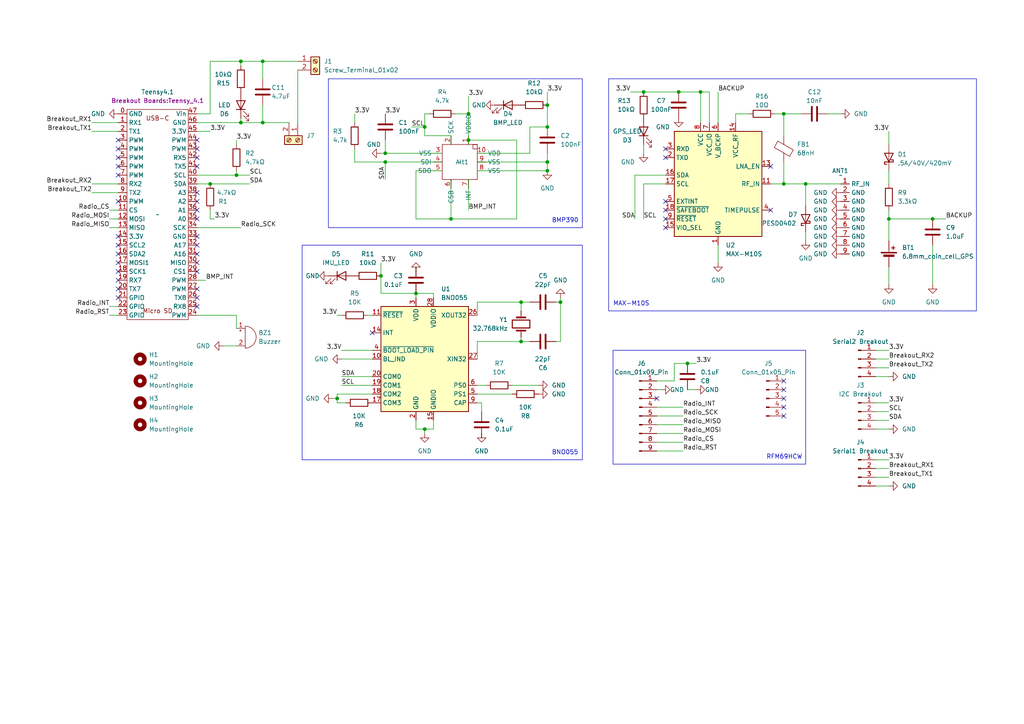
<source format=kicad_sch>
(kicad_sch (version 20230121) (generator eeschema)
  (paper "A4")
  (lib_symbols
    (symbol "Avionics:BMP390"
      (property "Reference" "Alt" (at 0 0 0))
      (symbol "BMP390_0_1"
        (rectangle (start -5.08 5.08) (end 5.08 -5.08))
        (rectangle (start 3.81 3.81) (end 5.08 5.08))
      )
      (symbol "BMP390_1_1"
        (pin input line (at 2.54 5.08 90) (length 2.54) (name "VDDIO") (number "1"))
        (pin input line (at 5.08 2.54 0) (length 2.54) (name "VDD") (number "10"))
        (pin input line (at -2.54 5.08 90) (length 2.54) (name "SCK") (number "2"))
        (pin input line (at -5.08 2.54 180) (length 2.54) (name "VSS") (number "3"))
        (pin input line (at -5.08 0 180) (length 2.54) (name "SDI") (number "4"))
        (pin input line (at -5.08 -2.54 180) (length 2.54) (name "SDO") (number "5"))
        (pin input line (at -2.54 -5.08 270) (length 2.54) (name "CSB") (number "6"))
        (pin input line (at 2.54 -5.08 270) (length 2.54) (name "INT") (number "7"))
        (pin input line (at 5.08 -2.54 0) (length 2.54) (name "VSS") (number "8"))
        (pin input line (at 5.08 0 0) (length 2.54) (name "VSS") (number "9"))
      )
    )
    (symbol "Breakout Boards:Teensy_4.1"
      (property "Reference" "Teensy4.1" (at 0 0 90))
      (property "Footprint" "Breakout Boards:Teensy_4.1" (at 0 0 0))
      (symbol "Teensy_4.1_0_1"
        (rectangle (start -8.89 30.48) (end 8.89 -30.48))
      )
      (symbol "Teensy_4.1_1_1"
        (text "Micro SD" (at 0 -27.94 0) (effects (font (size 1.27 1.27))))
        (text "USB-C" (at 0 27.94 0) (effects (font (size 1.27 1.27))))
        (pin input line (at -11.43 29.21 0) (length 2.54) (name "GND") (number "0"))
        (pin input line (at -11.43 26.67 0) (length 2.54) (name "RX1") (number "1"))
        (pin input line (at -11.43 3.81 0) (length 2.54) (name "PWM") (number "10"))
        (pin input line (at -11.43 1.27 0) (length 2.54) (name "CS") (number "11"))
        (pin input line (at -11.43 -1.27 0) (length 2.54) (name "MOSI") (number "12"))
        (pin input line (at -11.43 -3.81 0) (length 2.54) (name "MISO") (number "13"))
        (pin input line (at -11.43 -6.35 0) (length 2.54) (name "3.3V") (number "14"))
        (pin input line (at -11.43 -8.89 0) (length 2.54) (name "SCL2") (number "15"))
        (pin input line (at -11.43 -11.43 0) (length 2.54) (name "SDA2") (number "16"))
        (pin input line (at -11.43 -13.97 0) (length 2.54) (name "MOSI1") (number "17"))
        (pin input line (at -11.43 -16.51 0) (length 2.54) (name "SCK1") (number "18"))
        (pin input line (at -11.43 -19.05 0) (length 2.54) (name "RX7") (number "19"))
        (pin input line (at -11.43 24.13 0) (length 2.54) (name "TX1") (number "2"))
        (pin input line (at -11.43 -21.59 0) (length 2.54) (name "TX7") (number "20"))
        (pin input line (at -11.43 -24.13 0) (length 2.54) (name "GPIO") (number "21"))
        (pin input line (at -11.43 -26.67 0) (length 2.54) (name "GPIO") (number "22"))
        (pin input line (at -11.43 -29.21 0) (length 2.54) (name "GPIO") (number "23"))
        (pin input line (at 11.43 -29.21 180) (length 2.54) (name "PWM") (number "24"))
        (pin input line (at 11.43 -26.67 180) (length 2.54) (name "RX8") (number "25"))
        (pin input line (at 11.43 -24.13 180) (length 2.54) (name "TX8") (number "26"))
        (pin input line (at 11.43 -21.59 180) (length 2.54) (name "PWM") (number "27"))
        (pin input line (at 11.43 -19.05 180) (length 2.54) (name "PWM") (number "28"))
        (pin input line (at 11.43 -16.51 180) (length 2.54) (name "CS1") (number "29"))
        (pin input line (at -11.43 21.59 0) (length 2.54) (name "PWM") (number "3"))
        (pin input line (at 11.43 -13.97 180) (length 2.54) (name "MISO") (number "30"))
        (pin input line (at 11.43 -11.43 180) (length 2.54) (name "A16") (number "31"))
        (pin input line (at 11.43 -8.89 180) (length 2.54) (name "A17") (number "32"))
        (pin input line (at 11.43 -6.35 180) (length 2.54) (name "GND") (number "33"))
        (pin input line (at 11.43 -3.81 180) (length 2.54) (name "SCK") (number "34"))
        (pin input line (at 11.43 -1.27 180) (length 2.54) (name "A0") (number "35"))
        (pin input line (at 11.43 1.27 180) (length 2.54) (name "A1") (number "36"))
        (pin input line (at 11.43 3.81 180) (length 2.54) (name "A2") (number "37"))
        (pin input line (at 11.43 6.35 180) (length 2.54) (name "A3") (number "38"))
        (pin input line (at 11.43 8.89 180) (length 2.54) (name "SDA") (number "39"))
        (pin input line (at -11.43 19.05 0) (length 2.54) (name "PWM") (number "4"))
        (pin input line (at 11.43 11.43 180) (length 2.54) (name "SCL") (number "40"))
        (pin input line (at 11.43 13.97 180) (length 2.54) (name "TX5") (number "41"))
        (pin input line (at 11.43 16.51 180) (length 2.54) (name "RX5") (number "42"))
        (pin input line (at 11.43 19.05 180) (length 2.54) (name "PWM") (number "43"))
        (pin input line (at 11.43 21.59 180) (length 2.54) (name "PWM") (number "44"))
        (pin input line (at 11.43 24.13 180) (length 2.54) (name "3.3V") (number "45"))
        (pin input line (at 11.43 26.67 180) (length 2.54) (name "GND") (number "46"))
        (pin input line (at 11.43 29.21 180) (length 2.54) (name "Vin") (number "47"))
        (pin input line (at -11.43 16.51 0) (length 2.54) (name "PWM") (number "5"))
        (pin input line (at -11.43 13.97 0) (length 2.54) (name "PWM") (number "6"))
        (pin input line (at -11.43 11.43 0) (length 2.54) (name "PWM") (number "7"))
        (pin input line (at -11.43 8.89 0) (length 2.54) (name "RX2") (number "8"))
        (pin input line (at -11.43 6.35 0) (length 2.54) (name "TX2") (number "9"))
      )
    )
    (symbol "Connector:Conn_01x04_Pin" (pin_names (offset 1.016) hide)
      (property "Reference" "J" (at 0 5.08 0))
      (property "Value" "Conn_01x04_Pin" (at 0 -7.62 0))
      (symbol "Conn_01x04_Pin_1_1"
        (polyline (pts (xy 1.27 -5.08) (xy 0.8636 -5.08)) (stroke (width 0.1524)))
        (polyline (pts (xy 1.27 -2.54) (xy 0.8636 -2.54)) (stroke (width 0.1524)))
        (polyline (pts (xy 1.27 0) (xy 0.8636 0)) (stroke (width 0.1524)))
        (polyline (pts (xy 1.27 2.54) (xy 0.8636 2.54)) (stroke (width 0.1524)))
        (rectangle (start 0.8636 -4.953) (end 0 -5.207) (stroke (width 0.1524)) (fill (type outline)))
        (rectangle (start 0.8636 -2.413) (end 0 -2.667) (stroke (width 0.1524)) (fill (type outline)))
        (rectangle (start 0.8636 0.127) (end 0 -0.127) (stroke (width 0.1524)) (fill (type outline)))
        (rectangle (start 0.8636 2.667) (end 0 2.413) (stroke (width 0.1524)) (fill (type outline)))
        (pin passive line (at 5.08 2.54 180) (length 3.81) (name "Pin_1") (number "1"))
        (pin passive line (at 5.08 0 180) (length 3.81) (name "Pin_2") (number "2"))
        (pin passive line (at 5.08 -2.54 180) (length 3.81) (name "Pin_3") (number "3"))
        (pin passive line (at 5.08 -5.08 180) (length 3.81) (name "Pin_4") (number "4"))
      )
    )
    (symbol "Connector:Conn_01x05_Pin" (pin_names (offset 1.016) hide)
      (property "Reference" "J" (at 0 7.62 0))
      (property "Value" "Conn_01x05_Pin" (at 0 -7.62 0))
      (symbol "Conn_01x05_Pin_1_1"
        (polyline (pts (xy 1.27 -5.08) (xy 0.8636 -5.08)) (stroke (width 0.1524)))
        (polyline (pts (xy 1.27 -2.54) (xy 0.8636 -2.54)) (stroke (width 0.1524)))
        (polyline (pts (xy 1.27 0) (xy 0.8636 0)) (stroke (width 0.1524)))
        (polyline (pts (xy 1.27 2.54) (xy 0.8636 2.54)) (stroke (width 0.1524)))
        (polyline (pts (xy 1.27 5.08) (xy 0.8636 5.08)) (stroke (width 0.1524)))
        (rectangle (start 0.8636 -4.953) (end 0 -5.207) (stroke (width 0.1524)) (fill (type outline)))
        (rectangle (start 0.8636 -2.413) (end 0 -2.667) (stroke (width 0.1524)) (fill (type outline)))
        (rectangle (start 0.8636 0.127) (end 0 -0.127) (stroke (width 0.1524)) (fill (type outline)))
        (rectangle (start 0.8636 2.667) (end 0 2.413) (stroke (width 0.1524)) (fill (type outline)))
        (rectangle (start 0.8636 5.207) (end 0 4.953) (stroke (width 0.1524)) (fill (type outline)))
        (pin passive line (at 5.08 5.08 180) (length 3.81) (name "Pin_1") (number "1"))
        (pin passive line (at 5.08 2.54 180) (length 3.81) (name "Pin_2") (number "2"))
        (pin passive line (at 5.08 0 180) (length 3.81) (name "Pin_3") (number "3"))
        (pin passive line (at 5.08 -2.54 180) (length 3.81) (name "Pin_4") (number "4"))
        (pin passive line (at 5.08 -5.08 180) (length 3.81) (name "Pin_5") (number "5"))
      )
    )
    (symbol "Connector:Conn_01x09_Pin" (pin_names (offset 1.016) hide)
      (property "Reference" "J" (at 0 12.7 0))
      (property "Value" "Conn_01x09_Pin" (at 0 -12.7 0))
      (symbol "Conn_01x09_Pin_1_1"
        (polyline (pts (xy 1.27 -10.16) (xy 0.8636 -10.16)) (stroke (width 0.1524)))
        (polyline (pts (xy 1.27 -7.62) (xy 0.8636 -7.62)) (stroke (width 0.1524)))
        (polyline (pts (xy 1.27 -5.08) (xy 0.8636 -5.08)) (stroke (width 0.1524)))
        (polyline (pts (xy 1.27 -2.54) (xy 0.8636 -2.54)) (stroke (width 0.1524)))
        (polyline (pts (xy 1.27 0) (xy 0.8636 0)) (stroke (width 0.1524)))
        (polyline (pts (xy 1.27 2.54) (xy 0.8636 2.54)) (stroke (width 0.1524)))
        (polyline (pts (xy 1.27 5.08) (xy 0.8636 5.08)) (stroke (width 0.1524)))
        (polyline (pts (xy 1.27 7.62) (xy 0.8636 7.62)) (stroke (width 0.1524)))
        (polyline (pts (xy 1.27 10.16) (xy 0.8636 10.16)) (stroke (width 0.1524)))
        (rectangle (start 0.8636 -10.033) (end 0 -10.287) (stroke (width 0.1524)) (fill (type outline)))
        (rectangle (start 0.8636 -7.493) (end 0 -7.747) (stroke (width 0.1524)) (fill (type outline)))
        (rectangle (start 0.8636 -4.953) (end 0 -5.207) (stroke (width 0.1524)) (fill (type outline)))
        (rectangle (start 0.8636 -2.413) (end 0 -2.667) (stroke (width 0.1524)) (fill (type outline)))
        (rectangle (start 0.8636 0.127) (end 0 -0.127) (stroke (width 0.1524)) (fill (type outline)))
        (rectangle (start 0.8636 2.667) (end 0 2.413) (stroke (width 0.1524)) (fill (type outline)))
        (rectangle (start 0.8636 5.207) (end 0 4.953) (stroke (width 0.1524)) (fill (type outline)))
        (rectangle (start 0.8636 7.747) (end 0 7.493) (stroke (width 0.1524)) (fill (type outline)))
        (rectangle (start 0.8636 10.287) (end 0 10.033) (stroke (width 0.1524)) (fill (type outline)))
        (pin passive line (at 5.08 10.16 180) (length 3.81) (name "Pin_1") (number "1"))
        (pin passive line (at 5.08 7.62 180) (length 3.81) (name "Pin_2") (number "2"))
        (pin passive line (at 5.08 5.08 180) (length 3.81) (name "Pin_3") (number "3"))
        (pin passive line (at 5.08 2.54 180) (length 3.81) (name "Pin_4") (number "4"))
        (pin passive line (at 5.08 0 180) (length 3.81) (name "Pin_5") (number "5"))
        (pin passive line (at 5.08 -2.54 180) (length 3.81) (name "Pin_6") (number "6"))
        (pin passive line (at 5.08 -5.08 180) (length 3.81) (name "Pin_7") (number "7"))
        (pin passive line (at 5.08 -7.62 180) (length 3.81) (name "Pin_8") (number "8"))
        (pin passive line (at 5.08 -10.16 180) (length 3.81) (name "Pin_9") (number "9"))
      )
    )
    (symbol "Connector:Screw_Terminal_01x02" (pin_names (offset 1.016) hide)
      (property "Reference" "J" (at 0 2.54 0))
      (property "Value" "Screw_Terminal_01x02" (at 0 -5.08 0))
      (symbol "Screw_Terminal_01x02_1_1"
        (rectangle (start -1.27 1.27) (end 1.27 -3.81) (stroke (width 0.254)) (fill (type background)))
        (circle (center 0 -2.54) (radius 0.635) (stroke (width 0.1524)))
        (polyline (pts (xy -0.5334 -2.2098) (xy 0.3302 -3.048)) (stroke (width 0.1524)))
        (polyline (pts (xy -0.5334 0.3302) (xy 0.3302 -0.508)) (stroke (width 0.1524)))
        (polyline (pts (xy -0.3556 -2.032) (xy 0.508 -2.8702)) (stroke (width 0.1524)))
        (polyline (pts (xy -0.3556 0.508) (xy 0.508 -0.3302)) (stroke (width 0.1524)))
        (circle (center 0 0) (radius 0.635) (stroke (width 0.1524)))
        (pin passive line (at -5.08 0 0) (length 3.81) (name "Pin_1") (number "1"))
        (pin passive line (at -5.08 -2.54 0) (length 3.81) (name "Pin_2") (number "2"))
      )
    )
    (symbol "Device:Battery_Cell" (pin_numbers hide) (pin_names (offset 0) hide)
      (property "Reference" "BT" (at 2.54 2.54 0))
      (property "Value" "Battery_Cell" (at 2.54 0 0))
      (symbol "Battery_Cell_0_1"
        (rectangle (start -2.286 1.778) (end 2.286 1.524) (fill (type outline)))
        (rectangle (start -1.524 1.016) (end 1.524 0.508) (fill (type outline)))
        (polyline (pts (xy 0 0.762) (xy 0 0)))
        (polyline (pts (xy 0 1.778) (xy 0 2.54)))
        (polyline (pts (xy 0.762 3.048) (xy 1.778 3.048)) (stroke (width 0.254)))
        (polyline (pts (xy 1.27 3.556) (xy 1.27 2.54)) (stroke (width 0.254)))
      )
      (symbol "Battery_Cell_1_1"
        (pin passive line (at 0 5.08 270) (length 2.54) (name "+") (number "1"))
        (pin passive line (at 0 -2.54 90) (length 2.54) (name "-") (number "2"))
      )
    )
    (symbol "Device:Buzzer" (pin_names (offset 0.0254) hide)
      (property "Reference" "BZ" (at 3.81 1.27 0))
      (property "Value" "Buzzer" (at 3.81 -1.27 0))
      (symbol "Buzzer_0_1"
        (arc (start 0 -3.175) (mid 3.1612 0) (end 0 3.175))
        (polyline (pts (xy -1.651 1.905) (xy -1.143 1.905)))
        (polyline (pts (xy -1.397 2.159) (xy -1.397 1.651)))
        (polyline (pts (xy 0 3.175) (xy 0 -3.175)))
      )
      (symbol "Buzzer_1_1"
        (pin passive line (at -2.54 2.54 0) (length 2.54) (name "-") (number "1"))
        (pin passive line (at -2.54 -2.54 0) (length 2.54) (name "+") (number "2"))
      )
    )
    (symbol "Device:C" (pin_numbers hide) (pin_names (offset 0.254))
      (property "Reference" "C" (at 0.635 2.54 0))
      (property "Value" "C" (at 0.635 -2.54 0))
      (symbol "C_0_1"
        (polyline (pts (xy -2.032 -0.762) (xy 2.032 -0.762)) (stroke (width 0.508)))
        (polyline (pts (xy -2.032 0.762) (xy 2.032 0.762)) (stroke (width 0.508)))
      )
      (symbol "C_1_1"
        (pin passive line (at 0 3.81 270) (length 2.794) (name "~") (number "1"))
        (pin passive line (at 0 -3.81 90) (length 2.794) (name "~") (number "2"))
      )
    )
    (symbol "Device:Crystal" (pin_numbers hide) (pin_names (offset 1.016) hide)
      (property "Reference" "Y" (at 0 3.81 0))
      (property "Value" "Crystal" (at 0 -3.81 0))
      (symbol "Crystal_0_1"
        (rectangle (start -1.143 2.54) (end 1.143 -2.54) (stroke (width 0.3048)))
        (polyline (pts (xy -2.54 0) (xy -1.905 0)))
        (polyline (pts (xy -1.905 -1.27) (xy -1.905 1.27)) (stroke (width 0.508)))
        (polyline (pts (xy 1.905 -1.27) (xy 1.905 1.27)) (stroke (width 0.508)))
        (polyline (pts (xy 2.54 0) (xy 1.905 0)))
      )
      (symbol "Crystal_1_1"
        (pin passive line (at -3.81 0 0) (length 1.27) (name "1") (number "1"))
        (pin passive line (at 3.81 0 180) (length 1.27) (name "2") (number "2"))
      )
    )
    (symbol "Device:D_Schottky" (pin_numbers hide) (pin_names (offset 1.016) hide)
      (property "Reference" "D" (at 0 2.54 0))
      (property "Value" "D_Schottky" (at 0 -2.54 0))
      (symbol "D_Schottky_0_1"
        (polyline (pts (xy 1.27 0) (xy -1.27 0)))
        (polyline (pts (xy 1.27 1.27) (xy 1.27 -1.27) (xy -1.27 0) (xy 1.27 1.27)) (stroke (width 0.254)))
        (polyline (pts (xy -1.905 0.635) (xy -1.905 1.27) (xy -1.27 1.27) (xy -1.27 -1.27) (xy -0.635 -1.27) (xy -0.635 -0.635)) (stroke (width 0.254)))
      )
      (symbol "D_Schottky_1_1"
        (pin passive line (at -3.81 0 0) (length 2.54) (name "K") (number "1"))
        (pin passive line (at 3.81 0 180) (length 2.54) (name "A") (number "2"))
      )
    )
    (symbol "Device:FerriteBead" (pin_numbers hide) (pin_names (offset 0))
      (property "Reference" "FB" (at -3.81 0.635 90))
      (property "Value" "FerriteBead" (at 3.81 0 90))
      (symbol "FerriteBead_0_1"
        (polyline (pts (xy 0 -1.27) (xy 0 -1.2192)))
        (polyline (pts (xy 0 1.27) (xy 0 1.2954)))
        (polyline (pts (xy -2.7686 0.4064) (xy -1.7018 2.2606) (xy 2.7686 -0.3048) (xy 1.6764 -2.159) (xy -2.7686 0.4064)))
      )
      (symbol "FerriteBead_1_1"
        (pin passive line (at 0 3.81 270) (length 2.54) (name "~") (number "1"))
        (pin passive line (at 0 -3.81 90) (length 2.54) (name "~") (number "2"))
      )
    )
    (symbol "Device:LED" (pin_numbers hide) (pin_names (offset 1.016) hide)
      (property "Reference" "D" (at 0 2.54 0))
      (property "Value" "LED" (at 0 -2.54 0))
      (symbol "LED_0_1"
        (polyline (pts (xy -1.27 -1.27) (xy -1.27 1.27)) (stroke (width 0.254)))
        (polyline (pts (xy -1.27 0) (xy 1.27 0)))
        (polyline (pts (xy 1.27 -1.27) (xy 1.27 1.27) (xy -1.27 0) (xy 1.27 -1.27)) (stroke (width 0.254)))
        (polyline (pts (xy -3.048 -0.762) (xy -4.572 -2.286) (xy -3.81 -2.286) (xy -4.572 -2.286) (xy -4.572 -1.524)))
        (polyline (pts (xy -1.778 -0.762) (xy -3.302 -2.286) (xy -2.54 -2.286) (xy -3.302 -2.286) (xy -3.302 -1.524)))
      )
      (symbol "LED_1_1"
        (pin passive line (at -3.81 0 0) (length 2.54) (name "K") (number "1"))
        (pin passive line (at 3.81 0 180) (length 2.54) (name "A") (number "2"))
      )
    )
    (symbol "Device:R" (pin_numbers hide) (pin_names (offset 0))
      (property "Reference" "R" (at 2.032 0 90))
      (property "Value" "R" (at 0 0 90))
      (symbol "R_0_1"
        (rectangle (start -1.016 -2.54) (end 1.016 2.54) (stroke (width 0.254)))
      )
      (symbol "R_1_1"
        (pin passive line (at 0 3.81 270) (length 1.27) (name "~") (number "1"))
        (pin passive line (at 0 -3.81 90) (length 1.27) (name "~") (number "2"))
      )
    )
    (symbol "Mechanical:MountingHole" (pin_names (offset 1.016))
      (property "Reference" "H" (at 0 5.08 0))
      (property "Value" "MountingHole" (at 0 3.175 0))
      (symbol "MountingHole_0_1"
        (circle (center 0 0) (radius 1.27) (stroke (width 1.27)))
      )
    )
    (symbol "Patch Antenna (Symbol):SGGP.12.A.02"
      (property "Reference" "ANT1" (at 0 0 0))
      (symbol "SGGP.12.A.02_1_1"
        (pin input line (at 0 -2.54 0) (length 2.54) (name "RF_IN") (number "1"))
        (pin input line (at 0 -5.08 0) (length 2.54) (name "GND") (number "2"))
        (pin input line (at 0 -7.62 0) (length 2.54) (name "GND") (number "3"))
        (pin input line (at 0 -10.16 0) (length 2.54) (name "GND") (number "4"))
        (pin input line (at 0 -12.7 0) (length 2.54) (name "GND") (number "5"))
        (pin input line (at 0 -15.24 0) (length 2.54) (name "GND") (number "6"))
        (pin input line (at 0 -17.78 0) (length 2.54) (name "GND") (number "7"))
        (pin input line (at 0 -20.32 0) (length 2.54) (name "GND") (number "8"))
        (pin input line (at 0 -22.86 0) (length 2.54) (name "GND") (number "9"))
      )
    )
    (symbol "RF_GPS:MAX-M10S"
      (property "Reference" "U" (at -10.16 16.51 0))
      (property "Value" "MAX-M10S" (at 11.43 16.51 0))
      (symbol "MAX-M10S_0_1"
        (rectangle (start 12.7 15.24) (end -12.7 -15.24) (stroke (width 0.254)) (fill (type background)))
      )
      (symbol "MAX-M10S_1_1"
        (pin power_in line (at 0 -17.78 90) (length 2.54) (name "GND") (number "1"))
        (pin passive line (at 0 -17.78 90) (length 2.54) hide (name "GND") (number "10"))
        (pin input line (at 15.24 0 180) (length 2.54) (name "RF_IN") (number "11"))
        (pin passive line (at 0 -17.78 90) (length 2.54) hide (name "GND") (number "12"))
        (pin output line (at 15.24 5.08 180) (length 2.54) (name "LNA_EN") (number "13"))
        (pin power_out line (at 5.08 17.78 270) (length 2.54) (name "VCC_RF") (number "14"))
        (pin input line (at -15.24 -12.7 0) (length 2.54) (name "VIO_SEL") (number "15"))
        (pin bidirectional line (at -15.24 2.54 0) (length 2.54) (name "SDA") (number "16"))
        (pin input line (at -15.24 0 0) (length 2.54) (name "SCL") (number "17"))
        (pin input line (at -15.24 -7.62 0) (length 2.54) (name "~{SAFEBOOT}") (number "18"))
        (pin output line (at -15.24 7.62 0) (length 2.54) (name "TXD") (number "2"))
        (pin input line (at -15.24 10.16 0) (length 2.54) (name "RXD") (number "3"))
        (pin output line (at 15.24 -7.62 180) (length 2.54) (name "TIMEPULSE") (number "4"))
        (pin input line (at -15.24 -5.08 0) (length 2.54) (name "EXTINT") (number "5"))
        (pin power_in line (at 0 17.78 270) (length 2.54) (name "V_BCKP") (number "6"))
        (pin power_in line (at -2.54 17.78 270) (length 2.54) (name "VCC_IO") (number "7"))
        (pin power_in line (at -5.08 17.78 270) (length 2.54) (name "VCC") (number "8"))
        (pin input line (at -15.24 -10.16 0) (length 2.54) (name "~{RESET}") (number "9"))
      )
    )
    (symbol "Sensor_Motion:BNO055"
      (property "Reference" "U" (at -11.43 16.51 0))
      (property "Value" "BNO055" (at 12.7 16.51 0))
      (symbol "BNO055_0_1"
        (rectangle (start -12.7 15.24) (end 12.7 -15.24) (stroke (width 0.254)) (fill (type background)))
      )
      (symbol "BNO055_1_1"
        (pin no_connect line (at -12.7 10.16 0) (length 2.54) hide (name "PIN1") (number "1"))
        (pin output line (at -15.24 0 0) (length 2.54) (name "BL_IND") (number "10"))
        (pin input line (at -15.24 12.7 0) (length 2.54) (name "~{RESET}") (number "11"))
        (pin no_connect line (at 12.7 10.16 180) (length 2.54) hide (name "PIN12") (number "12"))
        (pin no_connect line (at 12.7 7.62 180) (length 2.54) hide (name "PIN13") (number "13"))
        (pin output line (at -15.24 7.62 0) (length 2.54) (name "INT") (number "14"))
        (pin power_in line (at 2.54 -17.78 90) (length 2.54) (name "GNDIO") (number "15"))
        (pin passive line (at 2.54 -17.78 90) (length 2.54) hide (name "GNDIO") (number "16"))
        (pin input line (at -15.24 -12.7 0) (length 2.54) (name "COM3") (number "17"))
        (pin passive line (at -15.24 -10.16 0) (length 2.54) (name "COM2") (number "18"))
        (pin bidirectional line (at -15.24 -7.62 0) (length 2.54) (name "COM1") (number "19"))
        (pin power_in line (at -2.54 -17.78 90) (length 2.54) (name "GND") (number "2"))
        (pin bidirectional line (at -15.24 -5.08 0) (length 2.54) (name "COM0") (number "20"))
        (pin no_connect line (at 12.7 5.08 180) (length 2.54) hide (name "PIN21") (number "21"))
        (pin no_connect line (at 12.7 2.54 180) (length 2.54) hide (name "PIN22") (number "22"))
        (pin no_connect line (at 12.7 -2.54 180) (length 2.54) hide (name "PIN23") (number "23"))
        (pin no_connect line (at 12.7 -5.08 180) (length 2.54) hide (name "PIN24") (number "24"))
        (pin passive line (at 2.54 -17.78 90) (length 2.54) hide (name "GNDIO") (number "25"))
        (pin output line (at 15.24 12.7 180) (length 2.54) (name "XOUT32") (number "26"))
        (pin input line (at 15.24 0 180) (length 2.54) (name "XIN32") (number "27"))
        (pin power_in line (at 2.54 17.78 270) (length 2.54) (name "VDDIO") (number "28"))
        (pin power_in line (at -2.54 17.78 270) (length 2.54) (name "VDD") (number "3"))
        (pin input line (at -15.24 2.54 0) (length 2.54) (name "~{BOOT_LOAD_PIN}") (number "4"))
        (pin input line (at 15.24 -10.16 180) (length 2.54) (name "PS1") (number "5"))
        (pin input line (at 15.24 -7.62 180) (length 2.54) (name "PS0") (number "6"))
        (pin no_connect line (at -12.7 5.08 0) (length 2.54) hide (name "PIN7") (number "7"))
        (pin no_connect line (at -12.7 -2.54 0) (length 2.54) hide (name "PIN8") (number "8"))
        (pin passive line (at 15.24 -12.7 180) (length 2.54) (name "CAP") (number "9"))
      )
    )
    (symbol "power:GND" (power) (pin_names (offset 0))
      (property "Value" "GND" (at 0 -3.81 0))
      (symbol "GND_0_1"
        (polyline (pts (xy 0 0) (xy 0 -1.27) (xy 1.27 -1.27) (xy 0 -2.54) (xy -1.27 -1.27) (xy 0 -1.27)))
      )
      (symbol "GND_1_1"
        (pin power_in line (at 0 0 270) (length 0) hide (name "GND") (number "1"))
      )
    )
  )
  (junction (at 270.51 63.5))
  (junction (at 227.33 53.34))
  (junction (at 130.81 63.5))
  (junction (at 123.19 124.46))
  (junction (at 257.81 63.5))
  (junction (at 151.13 99.06))
  (junction (at 199.39 105.41))
  (junction (at 111.76 46.99))
  (junction (at 76.2 17.78))
  (junction (at 151.13 87.63))
  (junction (at 135.89 40.64))
  (junction (at 233.68 53.34))
  (junction (at 158.75 36.83))
  (junction (at 158.75 46.99))
  (junction (at 227.33 33.02))
  (junction (at 69.85 17.78))
  (junction (at 162.56 87.63))
  (junction (at 68.58 50.8))
  (junction (at 120.65 85.09))
  (junction (at 97.79 115.57))
  (junction (at 135.89 33.02))
  (junction (at 158.75 30.48))
  (junction (at 111.76 44.45))
  (junction (at 186.69 26.67))
  (junction (at 60.96 53.34))
  (junction (at 76.2 35.56))
  (junction (at 123.19 36.83))
  (junction (at 203.2 26.67))
  (junction (at 158.75 49.53))
  (junction (at 110.49 80.01))
  (junction (at 69.85 35.56))
  (junction (at 196.85 26.67))
  (no_connect (at 57.15 48.26))
  (no_connect (at 34.29 73.66))
  (no_connect (at 34.29 76.2))
  (no_connect (at 57.15 88.9))
  (no_connect (at 57.15 63.5))
  (no_connect (at 34.29 81.28))
  (no_connect (at 227.33 115.57))
  (no_connect (at 34.29 58.42))
  (no_connect (at 227.33 120.65))
  (no_connect (at 57.15 78.74))
  (no_connect (at 227.33 113.03))
  (no_connect (at 34.29 71.12))
  (no_connect (at 34.29 40.64))
  (no_connect (at 193.04 63.5))
  (no_connect (at 193.04 60.96))
  (no_connect (at 57.15 43.18))
  (no_connect (at 57.15 76.2))
  (no_connect (at 57.15 68.58))
  (no_connect (at 34.29 48.26))
  (no_connect (at 190.5 115.57))
  (no_connect (at 193.04 66.04))
  (no_connect (at 57.15 83.82))
  (no_connect (at 34.29 43.18))
  (no_connect (at 57.15 55.88))
  (no_connect (at 34.29 45.72))
  (no_connect (at 227.33 110.49))
  (no_connect (at 57.15 73.66))
  (no_connect (at 57.15 45.72))
  (no_connect (at 223.52 48.26))
  (no_connect (at 57.15 86.36))
  (no_connect (at 193.04 45.72))
  (no_connect (at 34.29 78.74))
  (no_connect (at 34.29 68.58))
  (no_connect (at 223.52 60.96))
  (no_connect (at 193.04 58.42))
  (no_connect (at 227.33 118.11))
  (no_connect (at 34.29 50.8))
  (no_connect (at 34.29 83.82))
  (no_connect (at 57.15 71.12))
  (no_connect (at 193.04 43.18))
  (no_connect (at 34.29 86.36))
  (no_connect (at 57.15 40.64))
  (no_connect (at 57.15 58.42))
  (no_connect (at 57.15 60.96))
  (no_connect (at 107.95 96.52))
  (wire (pts (xy 64.77 100.33) (xy 68.58 100.33)))
  (wire (pts (xy 254 106.68) (xy 257.81 106.68)))
  (wire (pts (xy 97.79 116.84) (xy 97.79 115.57)))
  (wire (pts (xy 270.51 71.12) (xy 270.51 82.55)))
  (wire (pts (xy 86.36 35.56) (xy 86.36 20.32)))
  (wire (pts (xy 233.68 67.31) (xy 233.68 69.85)))
  (wire (pts (xy 96.52 115.57) (xy 97.79 115.57)))
  (wire (pts (xy 107.95 111.76) (xy 99.06 111.76)))
  (wire (pts (xy 57.15 91.44) (xy 68.58 91.44)))
  (wire (pts (xy 26.67 53.34) (xy 34.29 53.34)))
  (wire (pts (xy 135.89 52.07) (xy 135.89 60.96)))
  (wire (pts (xy 125.73 85.09) (xy 125.73 86.36)))
  (wire (pts (xy 162.56 86.36) (xy 162.56 87.63)))
  (wire (pts (xy 57.15 35.56) (xy 69.85 35.56)))
  (wire (pts (xy 186.69 53.34) (xy 186.69 63.5)))
  (wire (pts (xy 62.23 63.5) (xy 60.96 63.5)))
  (wire (pts (xy 57.15 81.28) (xy 59.69 81.28)))
  (wire (pts (xy 60.96 63.5) (xy 60.96 60.96)))
  (wire (pts (xy 254 109.22) (xy 257.81 109.22)))
  (wire (pts (xy 72.39 50.8) (xy 68.58 50.8)))
  (wire (pts (xy 162.56 87.63) (xy 161.29 87.63)))
  (wire (pts (xy 120.65 63.5) (xy 130.81 63.5)))
  (wire (pts (xy 138.43 87.63) (xy 138.43 91.44)))
  (wire (pts (xy 254 138.43) (xy 257.81 138.43)))
  (wire (pts (xy 240.03 33.02) (xy 243.84 33.02)))
  (wire (pts (xy 31.75 88.9) (xy 34.29 88.9)))
  (wire (pts (xy 76.2 30.48) (xy 76.2 35.56)))
  (wire (pts (xy 257.81 49.53) (xy 257.81 53.34)))
  (wire (pts (xy 190.5 123.19) (xy 198.12 123.19)))
  (wire (pts (xy 184.15 50.8) (xy 184.15 63.5)))
  (wire (pts (xy 149.86 63.5) (xy 149.86 40.64)))
  (wire (pts (xy 76.2 35.56) (xy 83.82 35.56)))
  (wire (pts (xy 193.04 50.8) (xy 184.15 50.8)))
  (wire (pts (xy 60.96 17.78) (xy 60.96 33.02)))
  (wire (pts (xy 57.15 38.1) (xy 60.96 38.1)))
  (wire (pts (xy 120.65 121.92) (xy 120.65 124.46)))
  (wire (pts (xy 254 135.89) (xy 257.81 135.89)))
  (wire (pts (xy 195.58 105.41) (xy 195.58 110.49)))
  (wire (pts (xy 162.56 99.06) (xy 161.29 99.06)))
  (wire (pts (xy 186.69 26.67) (xy 196.85 26.67)))
  (wire (pts (xy 257.81 63.5) (xy 270.51 63.5)))
  (wire (pts (xy 26.67 38.1) (xy 34.29 38.1)))
  (wire (pts (xy 111.76 40.64) (xy 111.76 44.45)))
  (wire (pts (xy 254 116.84) (xy 257.81 116.84)))
  (wire (pts (xy 138.43 116.84) (xy 139.7 116.84)))
  (wire (pts (xy 203.2 26.67) (xy 203.2 35.56)))
  (wire (pts (xy 120.65 77.47) (xy 120.65 78.74)))
  (wire (pts (xy 26.67 35.56) (xy 34.29 35.56)))
  (wire (pts (xy 130.81 63.5) (xy 149.86 63.5)))
  (wire (pts (xy 138.43 99.06) (xy 151.13 99.06)))
  (wire (pts (xy 31.75 66.04) (xy 34.29 66.04)))
  (wire (pts (xy 107.95 114.3) (xy 97.79 114.3)))
  (wire (pts (xy 257.81 63.5) (xy 257.81 69.85)))
  (wire (pts (xy 213.36 33.02) (xy 217.17 33.02)))
  (wire (pts (xy 227.33 39.37) (xy 227.33 33.02)))
  (wire (pts (xy 208.28 71.12) (xy 208.28 76.2)))
  (wire (pts (xy 31.75 91.44) (xy 34.29 91.44)))
  (wire (pts (xy 195.58 105.41) (xy 199.39 105.41)))
  (wire (pts (xy 138.43 49.53) (xy 158.75 49.53)))
  (wire (pts (xy 257.81 60.96) (xy 257.81 63.5)))
  (wire (pts (xy 31.75 63.5) (xy 34.29 63.5)))
  (wire (pts (xy 138.43 44.45) (xy 153.67 44.45)))
  (wire (pts (xy 257.81 77.47) (xy 257.81 82.55)))
  (wire (pts (xy 139.7 127) (xy 139.7 125.73)))
  (wire (pts (xy 120.65 49.53) (xy 120.65 63.5)))
  (wire (pts (xy 102.87 46.99) (xy 102.87 43.18)))
  (wire (pts (xy 123.19 36.83) (xy 123.19 39.37)))
  (wire (pts (xy 102.87 33.02) (xy 102.87 35.56)))
  (wire (pts (xy 69.85 17.78) (xy 60.96 17.78)))
  (wire (pts (xy 99.06 91.44) (xy 97.79 91.44)))
  (wire (pts (xy 158.75 26.67) (xy 158.75 30.48)))
  (wire (pts (xy 190.5 120.65) (xy 198.12 120.65)))
  (wire (pts (xy 153.67 44.45) (xy 153.67 36.83)))
  (wire (pts (xy 254 119.38) (xy 257.81 119.38)))
  (wire (pts (xy 190.5 118.11) (xy 198.12 118.11)))
  (wire (pts (xy 130.81 52.07) (xy 130.81 63.5)))
  (wire (pts (xy 254 104.14) (xy 257.81 104.14)))
  (wire (pts (xy 111.76 46.99) (xy 128.27 46.99)))
  (wire (pts (xy 190.5 125.73) (xy 198.12 125.73)))
  (wire (pts (xy 138.43 111.76) (xy 140.97 111.76)))
  (wire (pts (xy 182.88 26.67) (xy 186.69 26.67)))
  (wire (pts (xy 100.33 116.84) (xy 97.79 116.84)))
  (wire (pts (xy 205.74 26.67) (xy 205.74 35.56)))
  (wire (pts (xy 233.68 59.69) (xy 233.68 53.34)))
  (wire (pts (xy 69.85 35.56) (xy 76.2 35.56)))
  (wire (pts (xy 69.85 17.78) (xy 69.85 19.05)))
  (wire (pts (xy 138.43 87.63) (xy 151.13 87.63)))
  (wire (pts (xy 57.15 50.8) (xy 68.58 50.8)))
  (wire (pts (xy 254 133.35) (xy 257.81 133.35)))
  (wire (pts (xy 270.51 63.5) (xy 274.32 63.5)))
  (wire (pts (xy 208.28 26.67) (xy 208.28 35.56)))
  (wire (pts (xy 203.2 26.67) (xy 205.74 26.67)))
  (wire (pts (xy 148.59 111.76) (xy 156.21 111.76)))
  (wire (pts (xy 102.87 46.99) (xy 111.76 46.99)))
  (wire (pts (xy 135.89 27.94) (xy 135.89 33.02)))
  (wire (pts (xy 257.81 38.1) (xy 257.81 41.91)))
  (wire (pts (xy 135.89 40.64) (xy 135.89 41.91)))
  (wire (pts (xy 120.65 49.53) (xy 128.27 49.53)))
  (wire (pts (xy 99.06 109.22) (xy 107.95 109.22)))
  (wire (pts (xy 110.49 80.01) (xy 110.49 85.09)))
  (wire (pts (xy 227.33 33.02) (xy 232.41 33.02)))
  (wire (pts (xy 26.67 55.88) (xy 34.29 55.88)))
  (wire (pts (xy 138.43 99.06) (xy 138.43 104.14)))
  (wire (pts (xy 106.68 91.44) (xy 107.95 91.44)))
  (wire (pts (xy 153.67 36.83) (xy 158.75 36.83)))
  (wire (pts (xy 149.86 40.64) (xy 135.89 40.64)))
  (wire (pts (xy 158.75 49.53) (xy 158.75 46.99)))
  (wire (pts (xy 199.39 105.41) (xy 201.93 105.41)))
  (wire (pts (xy 57.15 66.04) (xy 69.85 66.04)))
  (wire (pts (xy 110.49 44.45) (xy 111.76 44.45)))
  (wire (pts (xy 99.06 101.6) (xy 107.95 101.6)))
  (wire (pts (xy 196.85 26.67) (xy 203.2 26.67)))
  (wire (pts (xy 110.49 85.09) (xy 120.65 85.09)))
  (wire (pts (xy 60.96 53.34) (xy 72.39 53.34)))
  (wire (pts (xy 31.75 60.96) (xy 34.29 60.96)))
  (wire (pts (xy 213.36 35.56) (xy 213.36 33.02)))
  (wire (pts (xy 254 121.92) (xy 257.81 121.92)))
  (wire (pts (xy 125.73 124.46) (xy 125.73 121.92)))
  (wire (pts (xy 254 101.6) (xy 257.81 101.6)))
  (wire (pts (xy 120.65 124.46) (xy 123.19 124.46)))
  (wire (pts (xy 158.75 30.48) (xy 158.75 36.83)))
  (wire (pts (xy 111.76 46.99) (xy 111.76 52.07)))
  (wire (pts (xy 60.96 33.02) (xy 57.15 33.02)))
  (wire (pts (xy 223.52 53.34) (xy 227.33 53.34)))
  (wire (pts (xy 57.15 53.34) (xy 60.96 53.34)))
  (wire (pts (xy 68.58 49.53) (xy 68.58 50.8)))
  (wire (pts (xy 110.49 76.2) (xy 110.49 80.01)))
  (wire (pts (xy 138.43 114.3) (xy 148.59 114.3)))
  (wire (pts (xy 153.67 99.06) (xy 151.13 99.06)))
  (wire (pts (xy 190.5 130.81) (xy 198.12 130.81)))
  (wire (pts (xy 130.81 39.37) (xy 130.81 41.91)))
  (wire (pts (xy 99.06 104.14) (xy 107.95 104.14)))
  (wire (pts (xy 120.65 85.09) (xy 120.65 86.36)))
  (wire (pts (xy 120.65 85.09) (xy 125.73 85.09)))
  (wire (pts (xy 227.33 46.99) (xy 227.33 53.34)))
  (wire (pts (xy 123.19 124.46) (xy 123.19 125.73)))
  (wire (pts (xy 123.19 33.02) (xy 124.46 33.02)))
  (wire (pts (xy 158.75 44.45) (xy 158.75 46.99)))
  (wire (pts (xy 227.33 33.02) (xy 224.79 33.02)))
  (wire (pts (xy 151.13 97.79) (xy 151.13 99.06)))
  (wire (pts (xy 190.5 128.27) (xy 198.12 128.27)))
  (wire (pts (xy 132.08 33.02) (xy 135.89 33.02)))
  (wire (pts (xy 76.2 17.78) (xy 69.85 17.78)))
  (wire (pts (xy 139.7 116.84) (xy 139.7 119.38)))
  (wire (pts (xy 123.19 124.46) (xy 125.73 124.46)))
  (wire (pts (xy 69.85 34.29) (xy 69.85 35.56)))
  (wire (pts (xy 138.43 46.99) (xy 158.75 46.99)))
  (wire (pts (xy 123.19 39.37) (xy 130.81 39.37)))
  (wire (pts (xy 123.19 33.02) (xy 123.19 36.83)))
  (wire (pts (xy 119.38 36.83) (xy 123.19 36.83)))
  (wire (pts (xy 195.58 110.49) (xy 190.5 110.49)))
  (wire (pts (xy 97.79 115.57) (xy 97.79 114.3)))
  (wire (pts (xy 254 124.46) (xy 257.81 124.46)))
  (wire (pts (xy 227.33 53.34) (xy 233.68 53.34)))
  (wire (pts (xy 68.58 91.44) (xy 68.58 95.25)))
  (wire (pts (xy 254 140.97) (xy 257.81 140.97)))
  (wire (pts (xy 135.89 33.02) (xy 135.89 40.64)))
  (wire (pts (xy 151.13 87.63) (xy 151.13 90.17)))
  (wire (pts (xy 193.04 53.34) (xy 186.69 53.34)))
  (wire (pts (xy 199.39 113.03) (xy 201.93 113.03)))
  (wire (pts (xy 86.36 17.78) (xy 76.2 17.78)))
  (wire (pts (xy 111.76 44.45) (xy 128.27 44.45)))
  (wire (pts (xy 162.56 87.63) (xy 162.56 99.06)))
  (wire (pts (xy 68.58 40.64) (xy 68.58 41.91)))
  (wire (pts (xy 186.69 41.91) (xy 186.69 44.45)))
  (wire (pts (xy 76.2 17.78) (xy 76.2 22.86)))
  (wire (pts (xy 233.68 53.34) (xy 243.84 53.34)))
  (wire (pts (xy 153.67 87.63) (xy 151.13 87.63)))
  (wire (pts (xy 190.5 113.03) (xy 191.77 113.03)))
  (rectangle (start 177.8 101.6) (end 233.68 134.62))
  (rectangle (start 176.53 22.86) (end 283.21 90.17))
  (rectangle (start 87.63 71.12) (end 168.91 133.35))
  (rectangle (start 95.25 22.86) (end 168.91 66.04))
  (text "BNO055" (at 160.02 132.08 0) (effects (font (size 1.27 1.27)) (justify left bottom)))
  (text "BMP390" (at 160.02 64.77 0) (effects (font (size 1.27 1.27)) (justify left bottom)))
  (text "MAX-M10S" (at 177.8 88.9 0) (effects (font (size 1.27 1.27)) (justify left bottom)))
  (text "RFM69HCW " (at 222.25 133.35 0) (effects (font (size 1.27 1.27)) (justify left bottom)))
  (label "3.3V" (at 62.23 63.5 0))
  (label "3.3V" (at 257.81 38.1 180))
  (label "Radio_INT" (at 31.75 88.9 180))
  (label "Radio_SCK" (at 69.85 66.04 0))
  (label "SCL" (at 99.06 111.76 0))
  (label "Radio_MOSI" (at 31.75 63.5 180))
  (label "Breakout_RX2" (at 257.81 104.14 0))
  (label "Breakout_RX1" (at 26.67 35.56 180))
  (label "3.3V" (at 111.76 33.02 0))
  (label "Radio_RST" (at 31.75 91.44 180))
  (label "3.3V" (at 110.49 76.2 0))
  (label "Radio_INT" (at 198.12 118.11 0))
  (label "Breakout_TX1" (at 26.67 38.1 180))
  (label "3.3V" (at 257.81 101.6 0))
  (label "3.3V" (at 182.88 26.67 180))
  (label "SDA" (at 257.81 121.92 0))
  (label "BACKUP" (at 208.28 26.67 0))
  (label "SCL" (at 119.38 36.83 0))
  (label "Breakout_TX2" (at 257.81 106.68 0))
  (label "Radio_MISO" (at 31.75 66.04 180))
  (label "SCL" (at 186.69 63.5 0))
  (label "SDA" (at 184.15 63.5 180))
  (label "3.3V" (at 158.75 26.67 0))
  (label "3.3V" (at 257.81 116.84 0))
  (label "Radio_RST" (at 198.12 130.81 0))
  (label "3.3V" (at 257.81 133.35 0))
  (label "Breakout_TX1" (at 257.81 138.43 0))
  (label "Radio_MISO" (at 198.12 123.19 0))
  (label "Radio_MOSI" (at 198.12 125.73 0))
  (label "BACKUP" (at 274.32 63.5 0))
  (label "BMP_INT" (at 135.89 60.96 0))
  (label "SCL" (at 72.39 50.8 0))
  (label "Breakout_TX2" (at 26.67 55.88 180))
  (label "SCL" (at 257.81 119.38 0))
  (label "SDA" (at 111.76 52.07 90))
  (label "Breakout_RX1" (at 257.81 135.89 0))
  (label "Radio_CS" (at 31.75 60.96 180))
  (label "3.3V" (at 102.87 33.02 0))
  (label "Radio_SCK" (at 198.12 120.65 0))
  (label "BMP_INT" (at 59.69 81.28 0))
  (label "3.3V" (at 68.58 40.64 0))
  (label "3.3V" (at 99.06 101.6 180))
  (label "3.3V" (at 97.79 91.44 180))
  (label "3.3V" (at 201.93 105.41 0))
  (label "SDA" (at 72.39 53.34 0))
  (label "SDA" (at 99.06 109.22 0))
  (label "Breakout_RX2" (at 26.67 53.34 180))
  (label "3.3V" (at 135.89 27.94 0))
  (label "3.3V" (at 60.96 38.1 0))
  (label "Radio_CS" (at 198.12 128.27 0))
  (symbol (lib_id "Connector:Screw_Terminal_01x02") (at 91.44 17.78 0) (unit 1)
    (property "Reference" "J1" (at 93.98 17.78 0) (effects (justify left)))
    (property "Value" "Screw_Terminal_01x02" (at 93.98 20.32 0) (effects (justify left)))
    (property "Footprint" "TerminalBlock_4Ucon:TerminalBlock_4Ucon_1x02_P3.50mm_Vertical" (effects hide))
  )
  (symbol (lib_id "Device:LED") (at 69.85 30.48 90) (unit 1)
    (property "Reference" "D6" (at 65.0875 33.02 90))
    (property "Value" "LED" (at 65.0875 30.48 90))
    (property "Footprint" "LED_SMD:LED_0805_2012Metric_Pad1.15x1.40mm_HandSolder" (effects hide))
  )
  (symbol (lib_id "Device:C") (at 158.75 40.64 0) (unit 1)
    (property "Reference" "C2" (at 162.56 39.37 0) (effects (justify left)))
    (property "Value" "100nF" (at 162.56 41.91 0) (effects (justify left)))
    (property "Footprint" "Capacitor_SMD:C_0805_2012Metric" (effects hide))
  )
  (symbol (lib_id "power:GND") (at 120.65 78.74 180) (unit 1)
    (property "Reference" "#PWR09" (effects hide))
    (property "Value" "GND" (at 120.65 73.66 0))
  )
  (symbol (lib_id "power:GND") (at 156.21 114.3 90) (unit 1)
    (property "Reference" "#PWR013" (effects hide))
    (property "Value" "GND" (at 160.02 114.3 90) (effects (justify right)))
  )
  (symbol (lib_id "power:GND") (at 270.51 82.55 0) (unit 1)
    (property "Reference" "#PWR016" (effects hide))
    (property "Value" "GND" (at 270.51 87.63 0))
  )
  (symbol (lib_id "power:GND") (at 186.69 44.45 0) (unit 1)
    (property "Reference" "#PWR025" (effects hide))
    (property "Value" "GND" (at 184.15 46.99 0) (effects (justify right)))
  )
  (symbol (lib_id "Device:R") (at 102.87 39.37 180) (unit 1)
    (property "Reference" "R3" (at 96.52 38.1 0) (effects (justify right)))
    (property "Value" "4.7k" (at 96.52 40.64 0) (effects (justify right)))
    (property "Footprint" "Resistor_SMD:R_0805_2012Metric" (effects hide))
  )
  (symbol (lib_id "Mechanical:MountingHole") (at 40.64 123.19 0) (unit 1)
    (property "Reference" "H4" (at 43.18 121.92 0) (effects (justify left)))
    (property "Value" "MountingHole" (at 43.18 124.46 0) (effects (justify left)))
    (property "Footprint" "MountingHole:MountingHole_2.7mm_M2.5" (effects hide))
  )
  (symbol (lib_id "Patch Antenna (Symbol):SGGP.12.A.02") (at 243.84 50.8 0) (unit 1)
    (property "Reference" "ANT1" (at 241.3 49.53 0) (effects (justify left)))
    (property "Value" "~" (at 243.84 50.8 0))
    (property "Footprint" "PatchAntenna:SGGP.12.A" (effects hide))
  )
  (symbol (lib_id "Device:Battery_Cell") (at 257.81 74.93 0) (unit 1)
    (property "Reference" "BT1" (at 261.62 71.8185 0) (effects (justify left)))
    (property "Value" "6.8mm_coin_cell_GPS" (at 261.62 74.3585 0) (effects (justify left)))
    (property "Footprint" "Battery:BatteryHolder_Keystone_2998_1x6.8mm" (effects hide))
  )
  (symbol (lib_id "Connector:Conn_01x05_Pin") (at 222.25 115.57 0) (unit 1)
    (property "Reference" "J5" (at 222.885 105.41 0))
    (property "Value" "Conn_01x05_Pin" (at 222.885 107.95 0))
    (property "Footprint" "Connector_PinHeader_2.54mm:PinHeader_1x05_P2.54mm_Vertical" (effects hide))
  )
  (symbol (lib_id "power:GND") (at 257.81 109.22 90) (unit 1)
    (property "Reference" "#PWR030" (effects hide))
    (property "Value" "GND" (at 261.62 109.22 90) (effects (justify right)))
  )
  (symbol (lib_id "Device:R") (at 106.68 80.01 90) (unit 1)
    (property "Reference" "R11" (at 106.68 73.66 90))
    (property "Value" "10kΩ" (at 106.68 76.2 90))
    (property "Footprint" "Resistor_SMD:R_0805_2012Metric" (effects hide))
  )
  (symbol (lib_id "power:GND") (at 243.84 66.04 270) (unit 1)
    (property "Reference" "#PWR020" (effects hide))
    (property "Value" "GND" (at 240.03 66.04 90) (effects (justify right)))
  )
  (symbol (lib_id "Device:C") (at 270.51 67.31 0) (unit 1)
    (property "Reference" "C9" (at 274.32 66.04 0) (effects (justify left)))
    (property "Value" "1.0uF" (at 274.32 68.58 0) (effects (justify left)))
    (property "Footprint" "Capacitor_SMD:C_0805_2012Metric" (effects hide))
  )
  (symbol (lib_id "power:GND") (at 243.84 68.58 270) (unit 1)
    (property "Reference" "#PWR021" (effects hide))
    (property "Value" "GND" (at 240.03 68.58 90) (effects (justify right)))
  )
  (symbol (lib_id "Connector:Conn_01x04_Pin") (at 248.92 119.38 0) (unit 1)
    (property "Reference" "J3" (at 249.555 111.76 0))
    (property "Value" "I2C Breakout" (at 249.555 114.3 0))
    (property "Footprint" "Connector_PinHeader_2.54mm:PinHeader_1x04_P2.54mm_Vertical" (effects hide))
  )
  (symbol (lib_id "power:GND") (at 257.81 82.55 0) (unit 1)
    (property "Reference" "#PWR015" (effects hide))
    (property "Value" "GND" (at 257.81 87.63 0))
  )
  (symbol (lib_id "Device:LED") (at 147.32 30.48 0) (unit 1)
    (property "Reference" "D4" (at 147.32 33.02 0))
    (property "Value" "BMP_LED" (at 147.32 35.56 0))
    (property "Footprint" "LED_SMD:LED_0805_2012Metric_Pad1.15x1.40mm_HandSolder" (effects hide))
  )
  (symbol (lib_id "power:GND") (at 96.52 115.57 270) (unit 1)
    (property "Reference" "#PWR02" (effects hide))
    (property "Value" "GND" (at 92.71 115.57 90) (effects (justify right)))
  )
  (symbol (lib_id "Device:R") (at 68.58 45.72 0) (unit 1)
    (property "Reference" "R2" (at 71.12 44.45 0) (effects (justify left)))
    (property "Value" "4.7kΩ" (at 71.12 46.99 0) (effects (justify left)))
    (property "Footprint" "Resistor_SMD:R_0805_2012Metric_Pad1.20x1.40mm_HandSolder" (effects hide))
  )
  (symbol (lib_id "power:GND") (at 123.19 125.73 0) (unit 1)
    (property "Reference" "#PWR010" (effects hide))
    (property "Value" "GND" (at 123.19 130.81 0))
  )
  (symbol (lib_id "Device:C") (at 196.85 30.48 180) (unit 1)
    (property "Reference" "C7" (at 191.77 29.21 0))
    (property "Value" "100nF" (at 191.77 31.75 0))
    (property "Footprint" "Capacitor_SMD:C_0805_2012Metric" (effects hide))
  )
  (symbol (lib_id "Device:R") (at 60.96 57.15 180) (unit 1)
    (property "Reference" "R1" (at 66.04 58.42 0) (effects (justify left)))
    (property "Value" "4.7kΩ" (at 68.58 55.88 0) (effects (justify left)))
    (property "Footprint" "Resistor_SMD:R_0805_2012Metric_Pad1.20x1.40mm_HandSolder" (effects hide))
  )
  (symbol (lib_id "power:GND") (at 243.84 73.66 270) (unit 1)
    (property "Reference" "#PWR023" (effects hide))
    (property "Value" "GND" (at 240.03 73.66 90) (effects (justify right)))
  )
  (symbol (lib_id "Device:FerriteBead") (at 227.33 43.18 0) (unit 1)
    (property "Reference" "FB1" (at 231.14 41.8592 0) (effects (justify left)))
    (property "Value" "68nH" (at 231.14 44.3992 0) (effects (justify left)))
    (property "Footprint" "Inductor_SMD:L_0805_2012Metric" (effects hide))
  )
  (symbol (lib_id "Mechanical:MountingHole") (at 40.64 104.14 0) (unit 1)
    (property "Reference" "H1" (at 43.18 102.87 0) (effects (justify left)))
    (property "Value" "MountingHole" (at 43.18 105.41 0) (effects (justify left)))
    (property "Footprint" "MountingHole:MountingHole_2.7mm_M2.5" (effects hide))
  )
  (symbol (lib_id "Device:C") (at 157.48 87.63 90) (unit 1)
    (property "Reference" "C5" (at 157.48 80.01 90))
    (property "Value" "22pF" (at 157.48 82.55 90))
    (property "Footprint" "Capacitor_SMD:C_0805_2012Metric" (effects hide))
  )
  (symbol (lib_id "Device:C") (at 236.22 33.02 90) (unit 1)
    (property "Reference" "C12" (at 236.22 26.67 90))
    (property "Value" "10nF" (at 236.22 29.21 90))
    (property "Footprint" "Capacitor_SMD:C_0805_2012Metric" (effects hide))
  )
  (symbol (lib_id "power:GND") (at 191.77 113.03 90) (unit 1)
    (property "Reference" "#PWR08" (effects hide))
    (property "Value" "GND" (at 194.31 113.03 90) (effects (justify right)))
  )
  (symbol (lib_id "Device:R") (at 69.85 22.86 180) (unit 1)
    (property "Reference" "R15" (at 64.77 24.13 0))
    (property "Value" "10kΩ" (at 64.77 21.59 0))
    (property "Footprint" "Resistor_SMD:R_0805_2012Metric" (effects hide))
  )
  (symbol (lib_id "power:GND") (at 158.75 49.53 0) (unit 1)
    (property "Reference" "#PWR07" (effects hide))
    (property "Value" "GND" (at 158.75 54.61 0))
  )
  (symbol (lib_id "power:GND") (at 243.84 63.5 270) (unit 1)
    (property "Reference" "#PWR019" (effects hide))
    (property "Value" "GND" (at 240.03 63.5 90) (effects (justify right)))
  )
  (symbol (lib_id "Mechanical:MountingHole") (at 40.64 116.84 0) (unit 1)
    (property "Reference" "H3" (at 43.18 115.57 0) (effects (justify left)))
    (property "Value" "MountingHole" (at 43.18 118.11 0) (effects (justify left)))
    (property "Footprint" "MountingHole:MountingHole_2.7mm_M2.5" (effects hide))
  )
  (symbol (lib_id "Device:D_Schottky") (at 233.68 63.5 90) (unit 1)
    (property "Reference" "D7" (at 228.6 62.23 90) (effects (justify right)))
    (property "Value" "PESD0402" (at 220.98 64.77 90) (effects (justify right)))
    (property "Footprint" "Diode_SMD:D_0402_1005Metric_Pad0.77x0.64mm_HandSolder" (effects hide))
  )
  (symbol (lib_id "power:GND") (at 243.84 58.42 270) (unit 1)
    (property "Reference" "#PWR017" (effects hide))
    (property "Value" "GND" (at 240.03 58.42 90) (effects (justify right)))
  )
  (symbol (lib_id "Device:R") (at 152.4 114.3 270) (mirror x) (unit 1)
    (property "Reference" "R8" (at 152.4 120.65 90))
    (property "Value" "10K" (at 152.4 118.11 90))
    (property "Footprint" "Resistor_SMD:R_0805_2012Metric" (effects hide))
  )
  (symbol (lib_id "Connector:Conn_01x04_Pin") (at 248.92 135.89 0) (unit 1)
    (property "Reference" "J4" (at 249.555 128.27 0))
    (property "Value" "Serial1 Breakout" (at 249.555 130.81 0))
    (property "Footprint" "Connector_PinHeader_2.54mm:PinHeader_1x04_P2.54mm_Vertical" (effects hide))
  )
  (symbol (lib_id "power:GND") (at 95.25 80.01 270) (unit 1)
    (property "Reference" "#PWR028" (effects hide))
    (property "Value" "GND" (at 92.71 80.01 90) (effects (justify right)))
  )
  (symbol (lib_id "Device:C") (at 199.39 109.22 180) (unit 1)
    (property "Reference" "C8" (at 203.2 110.49 0) (effects (justify right)))
    (property "Value" "0.1uF" (at 203.2 107.95 0) (effects (justify right)))
    (property "Footprint" "Capacitor_SMD:C_0805_2012Metric" (effects hide))
  )
  (symbol (lib_id "power:GND") (at 233.68 69.85 0) (unit 1)
    (property "Reference" "#PWR034" (effects hide))
    (property "Value" "GND" (at 233.68 74.93 0))
  )
  (symbol (lib_id "power:GND") (at 201.93 113.03 90) (unit 1)
    (property "Reference" "#PWR026" (effects hide))
    (property "Value" "GND" (at 204.47 113.03 90) (effects (justify right)))
  )
  (symbol (lib_id "power:GND") (at 99.06 104.14 270) (unit 1)
    (property "Reference" "#PWR06" (effects hide))
    (property "Value" "GND" (at 95.25 104.14 90) (effects (justify right)))
  )
  (symbol (lib_id "Device:LED") (at 99.06 80.01 0) (unit 1)
    (property "Reference" "D5" (at 97.4725 73.66 0))
    (property "Value" "IMU_LED" (at 97.4725 76.2 0))
    (property "Footprint" "LED_SMD:LED_0805_2012Metric_Pad1.15x1.40mm_HandSolder" (effects hide))
  )
  (symbol (lib_id "power:GND") (at 257.81 124.46 90) (unit 1)
    (property "Reference" "#PWR031" (effects hide))
    (property "Value" "GND" (at 261.62 124.46 90) (effects (justify right)))
  )
  (symbol (lib_id "power:GND") (at 243.84 33.02 90) (unit 1)
    (property "Reference" "#PWR033" (effects hide))
    (property "Value" "GND" (at 247.65 33.02 90) (effects (justify right)))
  )
  (symbol (lib_id "power:GND") (at 64.77 100.33 270) (unit 1)
    (property "Reference" "#PWR029" (effects hide))
    (property "Value" "GND" (at 60.96 100.33 90) (effects (justify right)))
  )
  (symbol (lib_id "RF_GPS:MAX-M10S") (at 208.28 53.34 0) (unit 1)
    (property "Reference" "U2" (at 210.4741 71.12 0) (effects (justify left)))
    (property "Value" "MAX-M10S" (at 210.4741 73.66 0) (effects (justify left)))
    (property "Footprint" "RF_GPS:ublox_MAX" (effects hide))
    (property "Datasheet" "https://content.u-blox.com/sites/default/files/MAX-M10S_DataSheet_UBX-20035208.pdf" (effects hide))
  )
  (symbol (lib_id "Mechanical:MountingHole") (at 40.64 110.49 0) (unit 1)
    (property "Reference" "H2" (at 43.18 109.22 0) (effects (justify left)))
    (property "Value" "MountingHole" (at 43.18 111.76 0) (effects (justify left)))
    (property "Footprint" "MountingHole:MountingHole_2.7mm_M2.5" (effects hide))
  )
  (symbol (lib_id "power:GND") (at 143.51 30.48 270) (unit 1)
    (property "Reference" "#PWR027" (effects hide))
    (property "Value" "GND" (at 140.97 30.48 90) (effects (justify right)))
  )
  (symbol (lib_id "Device:C") (at 111.76 36.83 0) (unit 1)
    (property "Reference" "C1" (at 115.57 35.56 0) (effects (justify left)))
    (property "Value" "100nF" (at 115.57 38.1 0) (effects (justify left)))
    (property "Footprint" "Capacitor_SMD:C_0805_2012Metric" (effects hide))
  )
  (symbol (lib_id "power:GND") (at 243.84 55.88 270) (unit 1)
    (property "Reference" "#PWR04" (effects hide))
    (property "Value" "GND" (at 240.03 55.88 90) (effects (justify right)))
  )
  (symbol (lib_id "Device:R") (at 144.78 111.76 270) (unit 1)
    (property "Reference" "R7" (at 144.78 105.41 90))
    (property "Value" "10K" (at 144.78 107.95 90))
    (property "Footprint" "Resistor_SMD:R_0805_2012Metric" (effects hide))
  )
  (symbol (lib_id "power:GND") (at 110.49 44.45 270) (unit 1)
    (property "Reference" "#PWR03" (effects hide))
    (property "Value" "GND" (at 110.49 41.91 90) (effects (justify right)))
  )
  (symbol (lib_id "Device:R") (at 257.81 57.15 0) (unit 1)
    (property "Reference" "R9" (at 260.35 55.88 0) (effects (justify left)))
    (property "Value" "3.3kΩ" (at 260.35 58.42 0) (effects (justify left)))
    (property "Footprint" "Resistor_SMD:R_0805_2012Metric" (effects hide))
  )
  (symbol (lib_id "Device:D_Schottky") (at 257.81 45.72 90) (unit 1)
    (property "Reference" "D1" (at 260.35 44.7675 90) (effects (justify right)))
    (property "Value" ".5A/40V/420mV" (at 260.35 47.3075 90) (effects (justify right)))
    (property "Footprint" "Diode_SMD:D_SOD-123" (effects hide))
  )
  (symbol (lib_id "Breakout Boards:Teensy_4.1") (at 45.72 62.23 0) (unit 1)
    (property "Reference" "Teensy4.1" (at 45.72 26.67 0))
    (property "Value" "~" (at 45.72 62.23 0))
    (property "Footprint" "Breakout Boards:Teensy_4.1" (at 45.72 29.21 0))
  )
  (symbol (lib_id "Device:C") (at 120.65 81.28 0) (unit 1)
    (property "Reference" "C3" (at 116.84 80.01 0) (effects (justify right)))
    (property "Value" "0.1uF" (at 116.84 82.55 0) (effects (justify right)))
    (property "Footprint" "Capacitor_SMD:C_0805_2012Metric" (effects hide))
  )
  (symbol (lib_id "Device:R") (at 186.69 30.48 0) (unit 1)
    (property "Reference" "R13" (at 179.07 29.21 0) (effects (justify left)))
    (property "Value" "10kΩ" (at 179.07 31.75 0) (effects (justify left)))
    (property "Footprint" "Resistor_SMD:R_0805_2012Metric" (effects hide))
  )
  (symbol (lib_id "Device:C") (at 157.48 99.06 270) (mirror x) (unit 1)
    (property "Reference" "C6" (at 157.48 106.68 90))
    (property "Value" "22pF" (at 157.48 104.14 90))
    (property "Footprint" "Capacitor_SMD:C_0805_2012Metric" (effects hide))
  )
  (symbol (lib_id "Device:R") (at 128.27 33.02 90) (unit 1)
    (property "Reference" "R4" (at 128.27 26.67 90))
    (property "Value" "4.7k" (at 128.27 29.21 90))
    (property "Footprint" "Resistor_SMD:R_0805_2012Metric" (effects hide))
  )
  (symbol (lib_id "power:GND") (at 34.29 33.02 270) (unit 1)
    (property "Reference" "#PWR01" (effects hide))
    (property "Value" "GND" (at 30.48 33.02 90) (effects (justify right)))
  )
  (symbol (lib_id "power:GND") (at 156.21 111.76 90) (unit 1)
    (property "Reference" "#PWR012" (effects hide))
    (property "Value" "GND" (at 160.02 111.76 90) (effects (justify right)))
  )
  (symbol (lib_id "power:GND") (at 243.84 71.12 270) (unit 1)
    (property "Reference" "#PWR022" (effects hide))
    (property "Value" "GND" (at 240.03 71.12 90) (effects (justify right)))
  )
  (symbol (lib_id "power:GND") (at 196.85 34.29 0) (unit 1)
    (property "Reference" "#PWR035" (effects hide))
    (property "Value" "GND" (at 194.31 36.83 0) (effects (justify right)))
  )
  (symbol (lib_id "power:GND") (at 162.56 86.36 180) (unit 1)
    (property "Reference" "#PWR014" (effects hide))
    (property "Value" "GND" (at 162.56 81.28 0))
  )
  (symbol (lib_id "Device:LED") (at 186.69 38.1 90) (unit 1)
    (property "Reference" "D3" (at 181.9275 40.64 90))
    (property "Value" "GPS_LED" (at 181.9275 38.1 90))
    (property "Footprint" "LED_SMD:LED_0805_2012Metric_Pad1.15x1.40mm_HandSolder" (effects hide))
  )
  (symbol (lib_id "Device:R") (at 104.14 116.84 90) (mirror x) (unit 1)
    (property "Reference" "R6" (at 104.14 123.19 90))
    (property "Value" "10K" (at 104.14 120.65 90))
    (property "Footprint" "Resistor_SMD:R_0805_2012Metric" (effects hide))
  )
  (symbol (lib_id "Device:C") (at 76.2 26.67 0) (unit 1)
    (property "Reference" "C11" (at 78.74 25.4 0) (effects (justify left)))
    (property "Value" "4.7uF" (at 78.74 27.94 0) (effects (justify left)))
    (property "Footprint" "Capacitor_SMD:C_0805_2012Metric" (effects hide))
  )
  (symbol (lib_id "Device:R") (at 220.98 33.02 90) (unit 1)
    (property "Reference" "R16" (at 220.98 27.94 90))
    (property "Value" "10Ω" (at 220.98 30.48 90))
    (property "Footprint" "Resistor_SMD:R_0805_2012Metric" (effects hide))
  )
  (symbol (lib_id "Sensor_Motion:BNO055") (at 123.19 104.14 0) (unit 1)
    (property "Reference" "U1" (at 127.9241 83.82 0) (effects (justify left)))
    (property "Value" "BNO055" (at 127.9241 86.36 0) (effects (justify left)))
    (property "Footprint" "Package_LGA:LGA-28_5.2x3.8mm_P0.5mm" (effects hide))
    (property "Datasheet" "https://www.bosch-sensortec.com/media/boschsensortec/downloads/datasheets/bst-bno055-ds000.pdf" (effects hide))
  )
  (symbol (lib_id "Device:C") (at 139.7 123.19 0) (unit 1)
    (property "Reference" "C4" (at 143.51 121.92 0) (effects (justify left)))
    (property "Value" "0.1uF" (at 143.51 124.46 0) (effects (justify left)))
    (property "Footprint" "Capacitor_SMD:C_0805_2012Metric" (effects hide))
  )
  (symbol (lib_id "Connector:Screw_Terminal_01x02") (at 86.36 40.64 270) (unit 1)
    (property "Reference" "J7" (at 88.9 39.37 90) (effects (justify left)))
    (property "Value" "Screw_Terminal_01x02" (effects hide))
    (property "Footprint" "TerminalBlock_4Ucon:TerminalBlock_4Ucon_1x02_P3.50mm_Vertical" (effects hide))
  )
  (symbol (lib_id "Connector:Conn_01x09_Pin") (at 185.42 120.65 0) (unit 1)
    (property "Reference" "J6" (at 186.055 105.41 0))
    (property "Value" "Conn_01x09_Pin" (at 186.055 107.95 0))
    (property "Footprint" "Connector_PinHeader_2.54mm:PinHeader_1x09_P2.54mm_Vertical" (effects hide))
  )
  (symbol (lib_id "Avionics:BMP390") (at 133.35 46.99 0) (unit 1)
    (property "Reference" "Alt1" (at 132.08 46.99 0) (effects (justify left)))
    (property "Value" "~" (at 133.35 46.99 0))
    (property "Footprint" "Avionics:BMP390" (effects hide))
  )
  (symbol (lib_id "power:GND") (at 257.81 140.97 90) (unit 1)
    (property "Reference" "#PWR032" (effects hide))
    (property "Value" "GND" (at 261.62 140.97 90) (effects (justify right)))
  )
  (symbol (lib_id "Device:Crystal") (at 151.13 93.98 90) (mirror x) (unit 1)
    (property "Reference" "Y1" (at 147.32 92.71 90) (effects (justify left)))
    (property "Value" "32.768kHz" (at 147.32 95.25 90) (effects (justify left)))
    (property "Footprint" "Crystal:Crystal_SMD_MicroCrystal_CC7V-T1A-2Pin_3.2x1.5mm" (effects hide))
  )
  (symbol (lib_id "power:GND") (at 243.84 60.96 270) (unit 1)
    (property "Reference" "#PWR018" (effects hide))
    (property "Value" "GND" (at 240.03 60.96 90) (effects (justify right)))
  )
  (symbol (lib_id "power:GND") (at 139.7 125.73 0) (unit 1)
    (property "Reference" "#PWR011" (effects hide))
    (property "Value" "GND" (at 139.7 130.81 0))
  )
  (symbol (lib_id "Device:R") (at 154.94 30.48 90) (unit 1)
    (property "Reference" "R12" (at 154.94 24.13 90))
    (property "Value" "10kΩ" (at 154.94 26.67 90))
    (property "Footprint" "Resistor_SMD:R_0805_2012Metric" (effects hide))
  )
  (symbol (lib_id "Connector:Conn_01x04_Pin") (at 248.92 104.14 0) (unit 1)
    (property "Reference" "J2" (at 249.555 96.52 0))
    (property "Value" "Serial2 Breakout" (at 249.555 99.06 0))
    (property "Footprint" "Connector_PinHeader_2.54mm:PinHeader_1x04_P2.54mm_Vertical" (effects hide))
  )
  (symbol (lib_id "Device:Buzzer") (at 71.12 97.79 0) (unit 1)
    (property "Reference" "BZ1" (at 74.93 96.52 0) (effects (justify left)))
    (property "Value" "Buzzer" (at 74.93 99.06 0) (effects (justify left)))
    (property "Footprint" "Avionics:Adafruit_5V_Buzzer" (effects hide))
  )
  (symbol (lib_id "power:GND") (at 208.28 76.2 0) (unit 1)
    (property "Reference" "#PWR05" (effects hide))
    (property "Value" "GND" (at 208.28 81.28 0))
  )
  (symbol (lib_id "Device:R") (at 102.87 91.44 270) (unit 1)
    (property "Reference" "R5" (at 102.87 85.09 90))
    (property "Value" "10K" (at 102.87 87.63 90))
    (property "Footprint" "Resistor_SMD:R_0805_2012Metric" (effects hide))
  )
)
</source>
